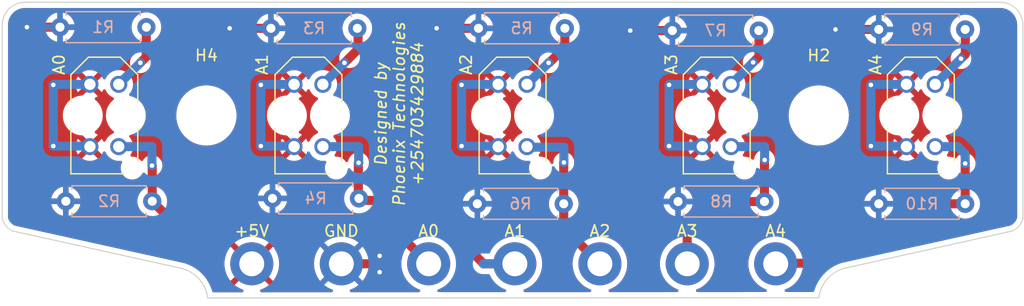
<source format=kicad_pcb>
(kicad_pcb (version 20211014) (generator pcbnew)
  (layers (0 "F.Cu" signal) (31 "B.Cu" signal) (34 "B.Paste" user) (35 "F.Paste" user) (36 "B.SilkS" user "B.Silkscreen") (37 "F.SilkS" user "F.Silkscreen") (38 "B.Mask" user) (39 "F.Mask" user) (44 "Edge.Cuts" user))
  (net 0 "")
  (net 1 "+5V")
  (net 2 "Net-(A1-PadCATH)")
  (net 3 "A0")
  (net 4 "Net-(A2-PadCATH)")
  (net 5 "A1")
  (net 6 "Net-(A3-PadCATH)")
  (net 7 "A2")
  (net 8 "Net-(A4-PadCATH)")
  (net 9 "A3")
  (net 10 "Net-(A5-PadCATH)")
  (net 11 "A4")
  (net 12 "Earth")
  (footprint "TCRT5000:OPTO_TCRT5000" (layer "F.Cu") (at 47 50 90)
    (fp_text reference "A1" (at 4.5 -4.1 90) (layer "F.SilkS") (effects (font (size 1.004126 1.004126))))
    (fp_text value "TCRT5000")
    (fp_line (start -5.15 1.8) (end -5.15 -2.95) (layer "F.SilkS") (width 0.127))
    (fp_line (start -4 2.95) (end -1.17 2.95) (layer "F.SilkS") (width 0.127))
    (fp_line (start 3.6 -2.95) (end 1.17 -2.95) (layer "F.SilkS") (width 0.127))
    (fp_line (start 1.17 2.95) (end 3.6 2.95) (layer "F.SilkS") (width 0.127))
    (fp_line (start 3.6 -2.95) (end 5.15 -1.4) (layer "F.SilkS") (width 0.127))
    (fp_line (start 5.15 1.4) (end 5.15 -1.4) (layer "F.SilkS") (width 0.127))
    (fp_line (start 3.6 2.95) (end 5.15 1.4) (layer "F.SilkS") (width 0.127))
    (fp_line (start -5.15 -2.95) (end -1.17 -2.95) (layer "F.SilkS") (width 0.127))
    (pad "" np_thru_hole circle (at 0 -1.9 90) (size 2.5 2.5) (drill 2.5) (layers *.Cu *.Mask))
    (pad "" np_thru_hole circle (at -4.65 2.45 90) (size 1 1) (drill 1) (layers *.Cu *.Mask))
    (pad "" np_thru_hole circle (at 0 1.9 90) (size 2.5 2.5) (drill 2.5) (layers *.Cu *.Mask))
    (pad "A" thru_hole circle (at 2.75 -1.27 90) (size 1.5 1.5) (drill 1) (layers *.Cu *.Mask) (net 1 "+5V"))
    (pad "CATH" thru_hole circle (at 2.75 1.27 90) (size 1.5 1.5) (drill 1) (layers *.Cu *.Mask) (net 4 "Net-(A2-PadCATH)"))
    (pad "COLL" thru_hole circle (at -2.75 -1.27 90) (size 1.5 1.5) (drill 1) (layers *.Cu *.Mask) (net 1 "+5V"))
    (pad "E" thru_hole circle (at -2.75 1.27 90) (size 1.5 1.5) (drill 1) (layers *.Cu *.Mask) (net 5 "A1"))
  )
  (footprint "TCRT5000:OPTO_TCRT5000" (layer "F.Cu") (at 65 50 90)
    (fp_text reference "A2" (at 4.5 -4.1 90) (layer "F.SilkS") (effects (font (size 1.004126 1.004126))))
    (fp_text value "TCRT5000")
    (fp_line (start -5.15 -2.95) (end -1.17 -2.95) (layer "F.SilkS") (width 0.127))
    (fp_line (start 3.6 -2.95) (end 5.15 -1.4) (layer "F.SilkS") (width 0.127))
    (fp_line (start 5.15 1.4) (end 5.15 -1.4) (layer "F.SilkS") (width 0.127))
    (fp_line (start 3.6 -2.95) (end 1.17 -2.95) (layer "F.SilkS") (width 0.127))
    (fp_line (start 1.17 2.95) (end 3.6 2.95) (layer "F.SilkS") (width 0.127))
    (fp_line (start -5.15 1.8) (end -5.15 -2.95) (layer "F.SilkS") (width 0.127))
    (fp_line (start 3.6 2.95) (end 5.15 1.4) (layer "F.SilkS") (width 0.127))
    (fp_line (start -4 2.95) (end -1.17 2.95) (layer "F.SilkS") (width 0.127))
    (pad "" np_thru_hole circle (at -4.65 2.45 90) (size 1 1) (drill 1) (layers *.Cu *.Mask))
    (pad "" np_thru_hole circle (at 0 1.9 90) (size 2.5 2.5) (drill 2.5) (layers *.Cu *.Mask))
    (pad "" np_thru_hole circle (at 0 -1.9 90) (size 2.5 2.5) (drill 2.5) (layers *.Cu *.Mask))
    (pad "A" thru_hole circle (at 2.75 -1.27 90) (size 1.5 1.5) (drill 1) (layers *.Cu *.Mask) (net 1 "+5V"))
    (pad "CATH" thru_hole circle (at 2.75 1.27 90) (size 1.5 1.5) (drill 1) (layers *.Cu *.Mask) (net 6 "Net-(A3-PadCATH)"))
    (pad "COLL" thru_hole circle (at -2.75 -1.27 90) (size 1.5 1.5) (drill 1) (layers *.Cu *.Mask) (net 1 "+5V"))
    (pad "E" thru_hole circle (at -2.75 1.27 90) (size 1.5 1.5) (drill 1) (layers *.Cu *.Mask) (net 7 "A2"))
  )
  (footprint "TCRT5000:OPTO_TCRT5000" (layer "F.Cu") (at 101 50 90)
    (fp_text reference "A4" (at 4.5 -4 90) (layer "F.SilkS") (effects (font (size 1.004126 1.004126))))
    (fp_text value "TCRT5000")
    (fp_line (start 3.6 2.95) (end 5.15 1.4) (layer "F.SilkS") (width 0.127))
    (fp_line (start 5.15 1.4) (end 5.15 -1.4) (layer "F.SilkS") (width 0.127))
    (fp_line (start 3.6 -2.95) (end 1.17 -2.95) (layer "F.SilkS") (width 0.127))
    (fp_line (start -4 2.95) (end -1.17 2.95) (layer "F.SilkS") (width 0.127))
    (fp_line (start -5.15 -2.95) (end -1.17 -2.95) (layer "F.SilkS") (width 0.127))
    (fp_line (start 1.17 2.95) (end 3.6 2.95) (layer "F.SilkS") (width 0.127))
    (fp_line (start -5.15 1.8) (end -5.15 -2.95) (layer "F.SilkS") (width 0.127))
    (fp_line (start 3.6 -2.95) (end 5.15 -1.4) (layer "F.SilkS") (width 0.127))
    (pad "" np_thru_hole circle (at 0 1.9 90) (size 2.5 2.5) (drill 2.5) (layers *.Cu *.Mask))
    (pad "" np_thru_hole circle (at -4.65 2.45 90) (size 1 1) (drill 1) (layers *.Cu *.Mask))
    (pad "" np_thru_hole circle (at 0 -1.9 90) (size 2.5 2.5) (drill 2.5) (layers *.Cu *.Mask))
    (pad "A" thru_hole circle (at 2.75 -1.27 90) (size 1.5 1.5) (drill 1) (layers *.Cu *.Mask) (net 1 "+5V"))
    (pad "CATH" thru_hole circle (at 2.75 1.27 90) (size 1.5 1.5) (drill 1) (layers *.Cu *.Mask) (net 10 "Net-(A5-PadCATH)"))
    (pad "COLL" thru_hole circle (at -2.75 -1.27 90) (size 1.5 1.5) (drill 1) (layers *.Cu *.Mask) (net 1 "+5V"))
    (pad "E" thru_hole circle (at -2.75 1.27 90) (size 1.5 1.5) (drill 1) (layers *.Cu *.Mask) (net 11 "A4"))
  )
  (footprint "MountingHole:MountingHole_2.2mm_M2_DIN965_Pad_TopBottom" (layer "F.Cu") (at 88.2 63.1)
    (fp_text reference "A4" (at 0 -2.9) (layer "F.SilkS"))
    (fp_text value "MountingHole_Pad")
    (pad "1" connect circle (at 0 0) (size 3.8 3.8) (layers "F.Cu" "F.Mask") (net 11 "A4"))
    (pad "1" connect circle (at 0 0) (size 3.8 3.8) (layers "B.Cu" "B.Mask") (net 11 "A4"))
    (pad "1" thru_hole circle (at 0 0) (size 2.6 2.6) (drill 2.2) (layers *.Cu *.Mask) (net 11 "A4"))
  )
  (footprint "MountingHole:MountingHole_2.2mm_M2_DIN965_Pad_TopBottom" (layer "F.Cu") (at 72.7 63.1)
    (fp_text reference "A2" (at 0 -2.9) (layer "F.SilkS"))
    (fp_text value "MountingHole_Pad")
    (pad "1" connect circle (at 0 0) (size 3.8 3.8) (layers "B.Cu" "B.Mask") (net 7 "A2"))
    (pad "1" thru_hole circle (at 0 0) (size 2.6 2.6) (drill 2.2) (layers *.Cu *.Mask) (net 7 "A2"))
    (pad "1" connect circle (at 0 0) (size 3.8 3.8) (layers "F.Cu" "F.Mask") (net 7 "A2"))
  )
  (footprint "TCRT5000:OPTO_TCRT5000" (layer "F.Cu") (at 83 50 90)
    (fp_text reference "A3" (at 4.5 -4 90) (layer "F.SilkS") (effects (font (size 1.004126 1.004126))))
    (fp_text value "TCRT5000")
    (fp_line (start 3.6 -2.95) (end 5.15 -1.4) (layer "F.SilkS") (width 0.127))
    (fp_line (start -5.15 -2.95) (end -1.17 -2.95) (layer "F.SilkS") (width 0.127))
    (fp_line (start -4 2.95) (end -1.17 2.95) (layer "F.SilkS") (width 0.127))
    (fp_line (start 1.17 2.95) (end 3.6 2.95) (layer "F.SilkS") (width 0.127))
    (fp_line (start -5.15 1.8) (end -5.15 -2.95) (layer "F.SilkS") (width 0.127))
    (fp_line (start 3.6 -2.95) (end 1.17 -2.95) (layer "F.SilkS") (width 0.127))
    (fp_line (start 3.6 2.95) (end 5.15 1.4) (layer "F.SilkS") (width 0.127))
    (fp_line (start 5.15 1.4) (end 5.15 -1.4) (layer "F.SilkS") (width 0.127))
    (pad "" np_thru_hole circle (at -4.65 2.45 90) (size 1 1) (drill 1) (layers *.Cu *.Mask))
    (pad "" np_thru_hole circle (at 0 1.9 90) (size 2.5 2.5) (drill 2.5) (layers *.Cu *.Mask))
    (pad "" np_thru_hole circle (at 0 -1.9 90) (size 2.5 2.5) (drill 2.5) (layers *.Cu *.Mask))
    (pad "A" thru_hole circle (at 2.75 -1.27 90) (size 1.5 1.5) (drill 1) (layers *.Cu *.Mask) (net 1 "+5V"))
    (pad "CATH" thru_hole circle (at 2.75 1.27 90) (size 1.5 1.5) (drill 1) (layers *.Cu *.Mask) (net 8 "Net-(A4-PadCATH)"))
    (pad "COLL" thru_hole circle (at -2.75 -1.27 90) (size 1.5 1.5) (drill 1) (layers *.Cu *.Mask) (net 1 "+5V"))
    (pad "E" thru_hole circle (at -2.75 1.27 90) (size 1.5 1.5) (drill 1) (layers *.Cu *.Mask) (net 9 "A3"))
  )
  (footprint "MountingHole:MountingHole_4.3mm_M4" (layer "F.Cu") (at 38 50)
    (fp_text reference "H4" (at 0 -5.3) (layer "F.SilkS"))
    (fp_text value "MountingHole")
    (pad "" np_thru_hole circle (at 0 0) (size 4.3 4.3) (drill 4.3) (layers *.Cu *.Mask))
  )
  (footprint "MountingHole:MountingHole_2.2mm_M2_DIN965_Pad_TopBottom" (layer "F.Cu") (at 49.9 63.1)
    (fp_text reference "GND" (at 0 -2.9) (layer "F.SilkS"))
    (fp_text value "MountingHole_Pad")
    (pad "1" connect circle (at 0 0) (size 3.8 3.8) (layers "F.Cu" "F.Mask") (net 12 "Earth"))
    (pad "1" connect circle (at 0 0) (size 3.8 3.8) (layers "B.Cu" "B.Mask") (net 12 "Earth"))
    (pad "1" thru_hole circle (at 0 0) (size 2.6 2.6) (drill 2.2) (layers *.Cu *.Mask) (net 12 "Earth"))
  )
  (footprint "MountingHole:MountingHole_2.2mm_M2_DIN965_Pad_TopBottom" (layer "F.Cu") (at 65.2 63.1)
    (fp_text reference "A1" (at 0 -2.9) (layer "F.SilkS"))
    (fp_text value "MountingHole_Pad")
    (pad "1" connect circle (at 0 0) (size 3.8 3.8) (layers "F.Cu" "F.Mask") (net 5 "A1"))
    (pad "1" thru_hole circle (at 0 0) (size 2.6 2.6) (drill 2.2) (layers *.Cu *.Mask) (net 5 "A1"))
    (pad "1" connect circle (at 0 0) (size 3.8 3.8) (layers "B.Cu" "B.Mask") (net 5 "A1"))
  )
  (footprint "MountingHole:MountingHole_2.2mm_M2_DIN965_Pad_TopBottom" (layer "F.Cu") (at 57.6 63.1)
    (fp_text reference "A0" (at 0 -2.9) (layer "F.SilkS"))
    (fp_text value "MountingHole_Pad")
    (pad "1" connect circle (at 0 0) (size 3.8 3.8) (layers "B.Cu" "B.Mask") (net 3 "A0"))
    (pad "1" connect circle (at 0 0) (size 3.8 3.8) (layers "F.Cu" "F.Mask") (net 3 "A0"))
    (pad "1" thru_hole circle (at 0 0) (size 2.6 2.6) (drill 2.2) (layers *.Cu *.Mask) (net 3 "A0"))
  )
  (footprint "MountingHole:MountingHole_4.3mm_M4" (layer "F.Cu") (at 92 50)
    (fp_text reference "H2" (at 0 -5.3) (layer "F.SilkS"))
    (fp_text value "MountingHole")
    (pad "" np_thru_hole circle (at 0 0) (size 4.3 4.3) (drill 4.3) (layers *.Cu *.Mask))
  )
  (footprint "MountingHole:MountingHole_2.2mm_M2_DIN965_Pad_TopBottom" (layer "F.Cu") (at 80.4 63.1)
    (fp_text reference "A3" (at 0 -2.9) (layer "F.SilkS"))
    (fp_text value "MountingHole_Pad")
    (pad "1" thru_hole circle (at 0 0) (size 2.6 2.6) (drill 2.2) (layers *.Cu *.Mask) (net 9 "A3"))
    (pad "1" connect circle (at 0 0) (size 3.8 3.8) (layers "B.Cu" "B.Mask") (net 9 "A3"))
    (pad "1" connect circle (at 0 0) (size 3.8 3.8) (layers "F.Cu" "F.Mask") (net 9 "A3"))
  )
  (footprint "MountingHole:MountingHole_2.2mm_M2_DIN965_Pad_TopBottom" (layer "F.Cu") (at 42 63.1)
    (fp_text reference "+5V" (at 0 -2.9) (layer "F.SilkS"))
    (fp_text value "MountingHole_Pad")
    (pad "1" thru_hole circle (at 0 0) (size 2.6 2.6) (drill 2.2) (layers *.Cu *.Mask) (net 1 "+5V"))
    (pad "1" connect circle (at 0 0) (size 3.8 3.8) (layers "B.Cu" "B.Mask") (net 1 "+5V"))
    (pad "1" connect circle (at 0 0) (size 3.8 3.8) (layers "F.Cu" "F.Mask") (net 1 "+5V"))
  )
  (footprint "TCRT5000:OPTO_TCRT5000" (layer "F.Cu") (at 29 50 90)
    (fp_text reference "A0" (at 4.5 -4 90) (layer "F.SilkS") (effects (font (size 1.004126 1.004126))))
    (fp_text value "TCRT5000")
    (fp_line (start 5.15 1.4) (end 5.15 -1.4) (layer "F.SilkS") (width 0.127))
    (fp_line (start 3.6 -2.95) (end 5.15 -1.4) (layer "F.SilkS") (width 0.127))
    (fp_line (start 3.6 2.95) (end 5.15 1.4) (layer "F.SilkS") (width 0.127))
    (fp_line (start -4 2.95) (end -1.17 2.95) (layer "F.SilkS") (width 0.127))
    (fp_line (start 3.6 -2.95) (end 1.17 -2.95) (layer "F.SilkS") (width 0.127))
    (fp_line (start -5.15 -2.95) (end -1.17 -2.95) (layer "F.SilkS") (width 0.127))
    (fp_line (start -5.15 1.8) (end -5.15 -2.95) (layer "F.SilkS") (width 0.127))
    (fp_line (start 1.17 2.95) (end 3.6 2.95) (layer "F.SilkS") (width 0.127))
    (pad "" np_thru_hole circle (at -4.65 2.45 90) (size 1 1) (drill 1) (layers *.Cu *.Mask))
    (pad "" np_thru_hole circle (at 0 1.9 90) (size 2.5 2.5) (drill 2.5) (layers *.Cu *.Mask))
    (pad "" np_thru_hole circle (at 0 -1.9 90) (size 2.5 2.5) (drill 2.5) (layers *.Cu *.Mask))
    (pad "A" thru_hole circle (at 2.75 -1.27 90) (size 1.5 1.5) (drill 1) (layers *.Cu *.Mask) (net 1 "+5V"))
    (pad "CATH" thru_hole circle (at 2.75 1.27 90) (size 1.5 1.5) (drill 1) (layers *.Cu *.Mask) (net 2 "Net-(A1-PadCATH)"))
    (pad "COLL" thru_hole circle (at -2.75 -1.27 90) (size 1.5 1.5) (drill 1) (layers *.Cu *.Mask) (net 1 "+5V"))
    (pad "E" thru_hole circle (at -2.75 1.27 90) (size 1.5 1.5) (drill 1) (layers *.Cu *.Mask) (net 3 "A0"))
  )
  (footprint "Resistor_THT:R_Axial_DIN0207_L6.3mm_D2.5mm_P7.62mm_Horizontal" (layer "B.Cu") (at 32.71 42.2 180)
    (fp_text reference "R1" (at 3.81 0) (layer "B.SilkS") (effects (justify mirror)))
    (fp_text value "220")
    (fp_line (start 7.08 -1.37) (end 7.08 -1.04) (layer "B.SilkS") (width 0.12))
    (fp_line (start 0.54 1.37) (end 7.08 1.37) (layer "B.SilkS") (width 0.12))
    (fp_line (start 7.08 1.37) (end 7.08 1.04) (layer "B.SilkS") (width 0.12))
    (fp_line (start 0.54 1.04) (end 0.54 1.37) (layer "B.SilkS") (width 0.12))
    (fp_line (start 0.54 -1.37) (end 7.08 -1.37) (layer "B.SilkS") (width 0.12))
    (fp_line (start 0.54 -1.04) (end 0.54 -1.37) (layer "B.SilkS") (width 0.12))
    (pad "1" thru_hole circle (at 0 0 180) (size 1.6 1.6) (drill 0.8) (layers *.Cu *.Mask) (net 2 "Net-(A1-PadCATH)"))
    (pad "2" thru_hole oval (at 7.62 0 180) (size 1.6 1.6) (drill 0.8) (layers *.Cu *.Mask) (net 12 "Earth"))
  )
  (footprint "Resistor_THT:R_Axial_DIN0207_L6.3mm_D2.5mm_P7.62mm_Horizontal" (layer "B.Cu") (at 51.31 42.3 180)
    (fp_text reference "R3" (at 3.81 0) (layer "B.SilkS") (effects (justify mirror)))
    (fp_text value "220")
    (fp_line (start 0.54 -1.04) (end 0.54 -1.37) (layer "B.SilkS") (width 0.12))
    (fp_line (start 0.54 1.04) (end 0.54 1.37) (layer "B.SilkS") (width 0.12))
    (fp_line (start 7.08 -1.37) (end 7.08 -1.04) (layer "B.SilkS") (width 0.12))
    (fp_line (start 0.54 1.37) (end 7.08 1.37) (layer "B.SilkS") (width 0.12))
    (fp_line (start 7.08 1.37) (end 7.08 1.04) (layer "B.SilkS") (width 0.12))
    (fp_line (start 0.54 -1.37) (end 7.08 -1.37) (layer "B.SilkS") (width 0.12))
    (pad "1" thru_hole circle (at 0 0 180) (size 1.6 1.6) (drill 0.8) (layers *.Cu *.Mask) (net 4 "Net-(A2-PadCATH)"))
    (pad "2" thru_hole oval (at 7.62 0 180) (size 1.6 1.6) (drill 0.8) (layers *.Cu *.Mask) (net 12 "Earth"))
  )
  (footprint "Resistor_THT:R_Axial_DIN0207_L6.3mm_D2.5mm_P7.62mm_Horizontal" (layer "B.Cu") (at 86.71 42.5 180)
    (fp_text reference "R7" (at 3.81 0) (layer "B.SilkS") (effects (justify mirror)))
    (fp_text value "220")
    (fp_line (start 0.54 -1.04) (end 0.54 -1.37) (layer "B.SilkS") (width 0.12))
    (fp_line (start 7.08 1.37) (end 7.08 1.04) (layer "B.SilkS") (width 0.12))
    (fp_line (start 0.54 -1.37) (end 7.08 -1.37) (layer "B.SilkS") (width 0.12))
    (fp_line (start 7.08 -1.37) (end 7.08 -1.04) (layer "B.SilkS") (width 0.12))
    (fp_line (start 0.54 1.04) (end 0.54 1.37) (layer "B.SilkS") (width 0.12))
    (fp_line (start 0.54 1.37) (end 7.08 1.37) (layer "B.SilkS") (width 0.12))
    (pad "1" thru_hole circle (at 0 0 180) (size 1.6 1.6) (drill 0.8) (layers *.Cu *.Mask) (net 8 "Net-(A4-PadCATH)"))
    (pad "2" thru_hole oval (at 7.62 0 180) (size 1.6 1.6) (drill 0.8) (layers *.Cu *.Mask) (net 12 "Earth"))
  )
  (footprint "Resistor_THT:R_Axial_DIN0207_L6.3mm_D2.5mm_P7.62mm_Horizontal" (layer "B.Cu") (at 69.61 42.3 180)
    (fp_text reference "R5" (at 3.81 0) (layer "B.SilkS") (effects (justify mirror)))
    (fp_text value "220")
    (fp_line (start 0.54 1.04) (end 0.54 1.37) (layer "B.SilkS") (width 0.12))
    (fp_line (start 0.54 1.37) (end 7.08 1.37) (layer "B.SilkS") (width 0.12))
    (fp_line (start 0.54 -1.04) (end 0.54 -1.37) (layer "B.SilkS") (width 0.12))
    (fp_line (start 0.54 -1.37) (end 7.08 -1.37) (layer "B.SilkS") (width 0.12))
    (fp_line (start 7.08 1.37) (end 7.08 1.04) (layer "B.SilkS") (width 0.12))
    (fp_line (start 7.08 -1.37) (end 7.08 -1.04) (layer "B.SilkS") (width 0.12))
    (pad "1" thru_hole circle (at 0 0 180) (size 1.6 1.6) (drill 0.8) (layers *.Cu *.Mask) (net 6 "Net-(A3-PadCATH)"))
    (pad "2" thru_hole oval (at 7.62 0 180) (size 1.6 1.6) (drill 0.8) (layers *.Cu *.Mask) (net 12 "Earth"))
  )
  (footprint "Resistor_THT:R_Axial_DIN0207_L6.3mm_D2.5mm_P7.62mm_Horizontal" (layer "B.Cu") (at 104.91 42.4 180)
    (fp_text reference "R9" (at 3.81 0) (layer "B.SilkS") (effects (justify mirror)))
    (fp_text value "220")
    (fp_line (start 0.54 1.04) (end 0.54 1.37) (layer "B.SilkS") (width 0.12))
    (fp_line (start 0.54 1.37) (end 7.08 1.37) (layer "B.SilkS") (width 0.12))
    (fp_line (start 0.54 -1.37) (end 7.08 -1.37) (layer "B.SilkS") (width 0.12))
    (fp_line (start 7.08 1.37) (end 7.08 1.04) (layer "B.SilkS") (width 0.12))
    (fp_line (start 0.54 -1.04) (end 0.54 -1.37) (layer "B.SilkS") (width 0.12))
    (fp_line (start 7.08 -1.37) (end 7.08 -1.04) (layer "B.SilkS") (width 0.12))
    (pad "1" thru_hole circle (at 0 0 180) (size 1.6 1.6) (drill 0.8) (layers *.Cu *.Mask) (net 10 "Net-(A5-PadCATH)"))
    (pad "2" thru_hole oval (at 7.62 0 180) (size 1.6 1.6) (drill 0.8) (layers *.Cu *.Mask) (net 12 "Earth"))
  )
  (footprint "Resistor_THT:R_Axial_DIN0207_L6.3mm_D2.5mm_P7.62mm_Horizontal" (layer "B.Cu") (at 69.51 57.8 180)
    (fp_text reference "R6" (at 3.81 0) (layer "B.SilkS") (effects (justify mirror)))
    (fp_text value "10k")
    (fp_line (start 0.54 -1.04) (end 0.54 -1.37) (layer "B.SilkS") (width 0.12))
    (fp_line (start 0.54 1.04) (end 0.54 1.37) (layer "B.SilkS") (width 0.12))
    (fp_line (start 7.08 1.37) (end 7.08 1.04) (layer "B.SilkS") (width 0.12))
    (fp_line (start 0.54 -1.37) (end 7.08 -1.37) (layer "B.SilkS") (width 0.12))
    (fp_line (start 0.54 1.37) (end 7.08 1.37) (layer "B.SilkS") (width 0.12))
    (fp_line (start 7.08 -1.37) (end 7.08 -1.04) (layer "B.SilkS") (width 0.12))
    (pad "1" thru_hole circle (at 0 0 180) (size 1.6 1.6) (drill 0.8) (layers *.Cu *.Mask) (net 7 "A2"))
    (pad "2" thru_hole oval (at 7.62 0 180) (size 1.6 1.6) (drill 0.8) (layers *.Cu *.Mask) (net 12 "Earth"))
  )
  (footprint "Resistor_THT:R_Axial_DIN0207_L6.3mm_D2.5mm_P7.62mm_Horizontal" (layer "B.Cu") (at 87.21 57.6 180)
    (fp_text reference "R8" (at 3.81 0) (layer "B.SilkS") (effects (justify mirror)))
    (fp_text value "10k")
    (fp_line (start 7.08 -1.37) (end 7.08 -1.04) (layer "B.SilkS") (width 0.12))
    (fp_line (start 0.54 1.37) (end 7.08 1.37) (layer "B.SilkS") (width 0.12))
    (fp_line (start 0.54 -1.37) (end 7.08 -1.37) (layer "B.SilkS") (width 0.12))
    (fp_line (start 7.08 1.37) (end 7.08 1.04) (layer "B.SilkS") (width 0.12))
    (fp_line (start 0.54 -1.04) (end 0.54 -1.37) (layer "B.SilkS") (width 0.12))
    (fp_line (start 0.54 1.04) (end 0.54 1.37) (layer "B.SilkS") (width 0.12))
    (pad "1" thru_hole circle (at 0 0 180) (size 1.6 1.6) (drill 0.8) (layers *.Cu *.Mask) (net 9 "A3"))
    (pad "2" thru_hole oval (at 7.62 0 180) (size 1.6 1.6) (drill 0.8) (layers *.Cu *.Mask) (net 12 "Earth"))
  )
  (footprint "Resistor_THT:R_Axial_DIN0207_L6.3mm_D2.5mm_P7.62mm_Horizontal" (layer "B.Cu") (at 104.91 57.8 180)
    (fp_text reference "R10" (at 3.81 0) (layer "B.SilkS") (effects (justify mirror)))
    (fp_text value "10k")
    (fp_line (start 0.54 -1.04) (end 0.54 -1.37) (layer "B.SilkS") (width 0.12))
    (fp_line (start 0.54 -1.37) (end 7.08 -1.37) (layer "B.SilkS") (width 0.12))
    (fp_line (start 7.08 -1.37) (end 7.08 -1.04) (layer "B.SilkS") (width 0.12))
    (fp_line (start 0.54 1.04) (end 0.54 1.37) (layer "B.SilkS") (width 0.12))
    (fp_line (start 7.08 1.37) (end 7.08 1.04) (layer "B.SilkS") (width 0.12))
    (fp_line (start 0.54 1.37) (end 7.08 1.37) (layer "B.SilkS") (width 0.12))
    (pad "1" thru_hole circle (at 0 0 180) (size 1.6 1.6) (drill 0.8) (layers *.Cu *.Mask) (net 11 "A4"))
    (pad "2" thru_hole oval (at 7.62 0 180) (size 1.6 1.6) (drill 0.8) (layers *.Cu *.Mask) (net 12 "Earth"))
  )
  (footprint "Resistor_THT:R_Axial_DIN0207_L6.3mm_D2.5mm_P7.62mm_Horizontal" (layer "B.Cu") (at 33.225 57.575 180)
    (fp_text reference "R2" (at 3.81 0) (layer "B.SilkS") (effects (justify mirror)))
    (fp_text value "10k")
    (fp_line (start 0.54 1.37) (end 7.08 1.37) (layer "B.SilkS") (width 0.12))
    (fp_line (start 7.08 -1.37) (end 7.08 -1.04) (layer "B.SilkS") (width 0.12))
    (fp_line (start 7.08 1.37) (end 7.08 1.04) (layer "B.SilkS") (width 0.12))
    (fp_line (start 0.54 1.04) (end 0.54 1.37) (layer "B.SilkS") (width 0.12))
    (fp_line (start 0.54 -1.04) (end 0.54 -1.37) (layer "B.SilkS") (width 0.12))
    (fp_line (start 0.54 -1.37) (end 7.08 -1.37) (layer "B.SilkS") (width 0.12))
    (pad "1" thru_hole circle (at 0 0 180) (size 1.6 1.6) (drill 0.8) (layers *.Cu *.Mask) (net 3 "A0"))
    (pad "2" thru_hole oval (at 7.62 0 180) (size 1.6 1.6) (drill 0.8) (layers *.Cu *.Mask) (net 12 "Earth"))
  )
  (footprint "Resistor_THT:R_Axial_DIN0207_L6.3mm_D2.5mm_P7.62mm_Horizontal" (layer "B.Cu") (at 51.45 57.325 180)
    (fp_text reference "R4" (at 3.81 0) (layer "B.SilkS") (effects (justify mirror)))
    (fp_text value "10k")
    (fp_line (start 0.54 -1.04) (end 0.54 -1.37) (layer "B.SilkS") (width 0.12))
    (fp_line (start 0.54 1.37) (end 7.08 1.37) (layer "B.SilkS") (width 0.12))
    (fp_line (start 0.54 1.04) (end 0.54 1.37) (layer "B.SilkS") (width 0.12))
    (fp_line (start 0.54 -1.37) (end 7.08 -1.37) (layer "B.SilkS") (width 0.12))
    (fp_line (start 7.08 -1.37) (end 7.08 -1.04) (layer "B.SilkS") (width 0.12))
    (fp_line (start 7.08 1.37) (end 7.08 1.04) (layer "B.SilkS") (width 0.12))
    (pad "1" thru_hole circle (at 0 0 180) (size 1.6 1.6) (drill 0.8) (layers *.Cu *.Mask) (net 5 "A1"))
    (pad "2" thru_hole oval (at 7.62 0 180) (size 1.6 1.6) (drill 0.8) (layers *.Cu *.Mask) (net 12 "Earth"))
  )
  (gr_arc (start 35.915229 63.528899) (mid 37.4 64.5) (end 38.117065 66.122776) (layer "Edge.Cuts") (width 0.1))
  (gr_line (start 20 42) (end 19.99744 59.105485) (layer "Edge.Cuts") (width 0.1))
  (gr_line (start 110 42) (end 110 59.1) (layer "Edge.Cuts") (width 0.1))
  (gr_arc (start 20.9 60.2) (mid 20.325021 59.754747) (end 19.99744 59.105485) (layer "Edge.Cuts") (width 0.1))
  (gr_arc (start 20 42) (mid 20.585786 40.585786) (end 22 40) (layer "Edge.Cuts") (width 0.1))
  (gr_arc (start 92.000001 66.1) (mid 92.717066 64.477225) (end 94.201837 63.506123) (layer "Edge.Cuts") (width 0.1))
  (gr_line (start 38.117065 66.122776) (end 92 66.1) (layer "Edge.Cuts") (width 0.1))
  (gr_line (start 94.201837 63.506123) (end 109.09744 60.194515) (layer "Edge.Cuts") (width 0.1))
  (gr_arc (start 108 40) (mid 109.414214 40.585786) (end 110 42) (layer "Edge.Cuts") (width 0.1))
  (gr_arc (start 110 59.1) (mid 109.672419 59.749262) (end 109.09744 60.194515) (layer "Edge.Cuts") (width 0.1))
  (gr_line (start 20.9 60.2) (end 35.915229 63.528899) (layer "Edge.Cuts") (width 0.1))
  (gr_line (start 22 40) (end 108 40) (layer "Edge.Cuts") (width 0.1))
  (gr_text "Designed by\nPhoenix Technologies\n+254703429884" (at 55 49.875 90) (layer "F.SilkS") (effects (font (size 1 1) (thickness 0.15) italic)))
  (via (at 42.8 52.7) (size 0.8) (drill 0.4) (layers "F.Cu" "B.Cu") (net 1))
  (via (at 78.8 47.3) (size 0.8) (drill 0.4) (layers "F.Cu" "B.Cu") (net 1))
  (via (at 78.8 52.7) (size 0.8) (drill 0.4) (layers "F.Cu" "B.Cu") (net 1))
  (via (at 96.6 47.3) (size 0.8) (drill 0.4) (layers "F.Cu" "B.Cu") (net 1))
  (via (at 60.5 52.7) (size 0.8) (drill 0.4) (layers "F.Cu" "B.Cu") (net 1))
  (via (at 60.5 47.3) (size 0.8) (drill 0.4) (layers "F.Cu" "B.Cu") (net 1))
  (via (at 96.6 52.7) (size 0.8) (drill 0.4) (layers "F.Cu" "B.Cu") (net 1))
  (via (at 24.5 47.3) (size 0.8) (drill 0.4) (layers "F.Cu" "B.Cu") (net 1))
  (via (at 42.8 47.3) (size 0.8) (drill 0.4) (layers "F.Cu" "B.Cu") (net 1))
  (via (at 24.5 52.7) (size 0.8) (drill 0.4) (layers "F.Cu" "B.Cu") (net 1))
  (segment (start 42.8 47.3) (end 42.85 47.25) (width 0.8) (layer "B.Cu") (net 1))
  (segment (start 60.5 47.3) (end 60.55 47.25) (width 0.8) (layer "B.Cu") (net 1))
  (segment (start 78.8 47.3) (end 78.85 47.25) (width 0.8) (layer "B.Cu") (net 1))
  (segment (start 63.68 52.7) (end 63.73 52.75) (width 0.8) (layer "B.Cu") (net 1))
  (segment (start 96.6 47.3) (end 96.65 47.25) (width 0.8) (layer "B.Cu") (net 1))
  (segment (start 78.8 52.7) (end 81.68 52.7) (width 0.8) (layer "B.Cu") (net 1))
  (segment (start 24.5 47.3) (end 24.55 47.25) (width 0.8) (layer "B.Cu") (net 1))
  (segment (start 60.5 52.7) (end 63.68 52.7) (width 0.8) (layer "B.Cu") (net 1))
  (segment (start 81.68 52.7) (end 81.73 52.75) (width 0.8) (layer "B.Cu") (net 1))
  (segment (start 96.65 47.25) (end 99.73 47.25) (width 0.8) (layer "B.Cu") (net 1))
  (segment (start 78.8 47.3) (end 78.8 52.7) (width 0.8) (layer "B.Cu") (net 1))
  (segment (start 60.55 47.25) (end 63.73 47.25) (width 0.8) (layer "B.Cu") (net 1))
  (segment (start 24.5 52.7) (end 27.68 52.7) (width 0.8) (layer "B.Cu") (net 1))
  (segment (start 42.85 47.25) (end 45.73 47.25) (width 0.8) (layer "B.Cu") (net 1))
  (segment (start 78.85 47.25) (end 81.73 47.25) (width 0.8) (layer "B.Cu") (net 1))
  (segment (start 27.68 52.7) (end 27.73 52.75) (width 0.8) (layer "B.Cu") (net 1))
  (segment (start 42.8 52.7) (end 45.68 52.7) (width 0.8) (layer "B.Cu") (net 1))
  (segment (start 99.68 52.7) (end 99.73 52.75) (width 0.8) (layer "B.Cu") (net 1))
  (segment (start 42.8 47.3) (end 42.8 52.7) (width 0.8) (layer "B.Cu") (net 1))
  (segment (start 96.6 52.7) (end 99.68 52.7) (width 0.8) (layer "B.Cu") (net 1))
  (segment (start 96.6 47.3) (end 96.6 52.7) (width 0.8) (layer "B.Cu") (net 1))
  (segment (start 60.5 47.3) (end 60.5 52.7) (width 0.8) (layer "B.Cu") (net 1))
  (segment (start 24.5 47.3) (end 24.5 52.7) (width 0.8) (layer "B.Cu") (net 1))
  (segment (start 45.68 52.7) (end 45.73 52.75) (width 0.8) (layer "B.Cu") (net 1))
  (segment (start 24.55 47.25) (end 27.73 47.25) (width 0.8) (layer "B.Cu") (net 1))
  (segment (start 32.7 44.82) (end 32.7 42.21) (width 0.8) (layer "F.Cu") (net 2))
  (segment (start 32.1725 45.3475) (end 32.7 44.82) (width 0.8) (layer "F.Cu") (net 2))
  (segment (start 32.7 42.21) (end 32.71 42.2) (width 0.8) (layer "F.Cu") (net 2))
  (via (at 32.1725 45.3475) (size 0.8) (drill 0.4) (layers "F.Cu" "B.Cu") (net 2))
  (segment (start 30.27 47.25) (end 32.1725 45.3475) (width 0.8) (layer "B.Cu") (net 2))
  (segment (start 33.2 54.425) (end 33.225 54.45) (width 0.8) (layer "F.Cu") (net 3))
  (segment (start 35.175 59.525) (end 54.025 59.525) (width 0.8) (layer "F.Cu") (net 3))
  (segment (start 33.225 54.45) (end 33.225 57.575) (width 0.8) (layer "F.Cu") (net 3))
  (segment (start 33.225 57.575) (end 35.175 59.525) (width 0.8) (layer "F.Cu") (net 3))
  (segment (start 54.025 59.525) (end 57.6 63.1) (width 0.8) (layer "F.Cu") (net 3))
  (via (at 33.2 54.425) (size 0.8) (drill 0.4) (layers "F.Cu" "B.Cu") (net 3))
  (segment (start 33.2 54.425) (end 33.2 52.75) (width 0.8) (layer "B.Cu") (net 3))
  (segment (start 33.2 52.75) (end 30.27 52.75) (width 0.8) (layer "B.Cu") (net 3))
  (segment (start 51.375 42.365) (end 51.31 42.3) (width 0.8) (layer "F.Cu") (net 4))
  (segment (start 50.175 45.35) (end 51.375 44.15) (width 0.8) (layer "F.Cu") (net 4))
  (segment (start 51.375 44.15) (end 51.375 42.365) (width 0.8) (layer "F.Cu") (net 4))
  (via (at 50.175 45.35) (size 0.8) (drill 0.4) (layers "F.Cu" "B.Cu") (net 4))
  (segment (start 48.27 47.25) (end 50.17 45.35) (width 0.8) (layer "B.Cu") (net 4))
  (segment (start 50.17 45.35) (end 50.175 45.35) (width 0.8) (layer "B.Cu") (net 4))
  (segment (start 62.45 63.1) (end 56.85 57.5) (width 0.8) (layer "F.Cu") (net 5))
  (segment (start 51.425 54.175) (end 51.4 54.2) (width 0.8) (layer "F.Cu") (net 5))
  (segment (start 51.4 54.2) (end 51.4 57.275) (width 0.8) (layer "F.Cu") (net 5))
  (segment (start 65.2 63.1) (end 62.45 63.1) (width 0.8) (layer "F.Cu") (net 5))
  (segment (start 51.4 57.275) (end 51.45 57.325) (width 0.8) (layer "F.Cu") (net 5))
  (segment (start 51.625 57.5) (end 51.45 57.325) (width 0.8) (layer "F.Cu") (net 5))
  (segment (start 56.85 57.5) (end 51.625 57.5) (width 0.8) (layer "F.Cu") (net 5))
  (via (at 51.425 54.175) (size 0.8) (drill 0.4) (layers "F.Cu" "B.Cu") (net 5))
  (segment (start 62.4 63.1) (end 65.2 63.1) (width 0.8) (layer "B.Cu") (net 5))
  (segment (start 51.425 52.75) (end 48.27 52.75) (width 0.8) (layer "B.Cu") (net 5))
  (segment (start 51.425 54.175) (end 51.425 52.75) (width 0.8) (layer "B.Cu") (net 5))
  (segment (start 68.225 45.35) (end 69.61 43.965) (width 0.8) (layer "F.Cu") (net 6))
  (segment (start 68.175 45.35) (end 68.225 45.35) (width 0.8) (layer "F.Cu") (net 6))
  (segment (start 69.61 43.965) (end 69.61 42.3) (width 0.8) (layer "F.Cu") (net 6))
  (via (at 68.175 45.35) (size 0.8) (drill 0.4) (layers "F.Cu" "B.Cu") (net 6))
  (segment (start 68.175 45.35) (end 68.17 45.35) (width 0.8) (layer "B.Cu") (net 6))
  (segment (start 68.17 45.35) (end 66.27 47.25) (width 0.8) (layer "B.Cu") (net 6))
  (segment (start 69.525 54.15) (end 69.51 54.165) (width 0.8) (layer "F.Cu") (net 7))
  (segment (start 69.51 54.165) (end 69.51 57.8) (width 0.8) (layer "F.Cu") (net 7))
  (segment (start 66.295 52.775) (end 66.27 52.75) (width 0.8) (layer "F.Cu") (net 7))
  (segment (start 69.51 59.91) (end 69.51 57.8) (width 0.8) (layer "F.Cu") (net 7))
  (segment (start 72.7 63.1) (end 69.51 59.91) (width 0.8) (layer "F.Cu") (net 7))
  (via (at 69.525 54.15) (size 0.8) (drill 0.4) (layers "F.Cu" "B.Cu") (net 7))
  (segment (start 69.525 52.8) (end 66.32 52.8) (width 0.8) (layer "B.Cu") (net 7))
  (segment (start 66.32 52.8) (end 66.27 52.75) (width 0.8) (layer "B.Cu") (net 7))
  (segment (start 69.525 54.15) (end 69.525 52.8) (width 0.8) (layer "B.Cu") (net 7))
  (segment (start 86.725 44.795) (end 86.725 42.515) (width 0.8) (layer "F.Cu") (net 8))
  (segment (start 86.21 45.31) (end 86.725 44.795) (width 0.8) (layer "F.Cu") (net 8))
  (segment (start 86.725 42.515) (end 86.71 42.5) (width 0.8) (layer "F.Cu") (net 8))
  (via (at 86.21 45.31) (size 0.8) (drill 0.4) (layers "F.Cu" "B.Cu") (net 8))
  (segment (start 86.21 45.31) (end 84.27 47.25) (width 0.8) (layer "B.Cu") (net 8))
  (segment (start 83.2 57.6) (end 87.21 57.6) (width 0.8) (layer "F.Cu") (net 9))
  (segment (start 80.4 63.1) (end 80.4 60.4) (width 0.8) (layer "F.Cu") (net 9))
  (segment (start 87.21 53.94) (end 87.21 57.6) (width 0.8) (layer "F.Cu") (net 9))
  (segment (start 87.225 53.925) (end 87.21 53.94) (width 0.8) (layer "F.Cu") (net 9))
  (segment (start 80.4 60.4) (end 83.2 57.6) (width 0.8) (layer "F.Cu") (net 9))
  (via (at 87.225 53.925) (size 0.8) (drill 0.4) (layers "F.Cu" "B.Cu") (net 9))
  (segment (start 87.225 53.925) (end 87.225 52.75) (width 0.8) (layer "B.Cu") (net 9))
  (segment (start 87.225 52.75) (end 84.27 52.75) (width 0.8) (layer "B.Cu") (net 9))
  (segment (start 104.925 42.415) (end 104.91 42.4) (width 0.8) (layer "F.Cu") (net 10))
  (segment (start 104.925 44.595) (end 104.925 42.415) (width 0.8) (layer "F.Cu") (net 10))
  (segment (start 104.535 44.985) (end 104.925 44.595) (width 0.8) (layer "F.Cu") (net 10))
  (via (at 104.535 44.985) (size 0.8) (drill 0.4) (layers "F.Cu" "B.Cu") (net 10))
  (segment (start 104.535 44.985) (end 102.27 47.25) (width 0.8) (layer "B.Cu") (net 10))
  (segment (start 93.7 61) (end 99.65 61) (width 0.8) (layer "F.Cu") (net 11))
  (segment (start 88.25 63.05) (end 91.65 63.05) (width 0.8) (layer "F.Cu") (net 11))
  (segment (start 102.85 57.8) (end 104.91 57.8) (width 0.8) (layer "F.Cu") (net 11))
  (segment (start 104.91 54.24) (end 104.91 57.8) (width 0.8) (layer "F.Cu") (net 11))
  (segment (start 88.2 63.1) (end 88.25 63.05) (width 0.8) (layer "F.Cu") (net 11))
  (segment (start 91.65 63.05) (end 93.7 61) (width 0.8) (layer "F.Cu") (net 11))
  (segment (start 99.65 61) (end 102.85 57.8) (width 0.8) (layer "F.Cu") (net 11))
  (via (at 104.91 54.24) (size 0.8) (drill 0.4) (layers "F.Cu" "B.Cu") (net 11))
  (segment (start 104.91 53.41) (end 104.91 54.24) (width 0.8) (layer "B.Cu") (net 11))
  (segment (start 104.25 52.75) (end 104.91 53.41) (width 0.8) (layer "B.Cu") (net 11))
  (segment (start 102.27 52.75) (end 104.25 52.75) (width 0.8) (layer "B.Cu") (net 11))
  (segment (start 58.3 42.3) (end 61.99 42.3) (width 0.8) (layer "F.Cu") (net 12))
  (segment (start 53.275 63.0875) (end 53.275 63.8375) (width 0.8) (layer "F.Cu") (net 12))
  (segment (start 75.375 42.5) (end 79.09 42.5) (width 0.8) (layer "F.Cu") (net 12))
  (segment (start 53.1 63.1) (end 49.9 63.1) (width 0.8) (layer "F.Cu") (net 12))
  (segment (start 40.05 42.3) (end 43.69 42.3) (width 0.8) (layer "F.Cu") (net 12))
  (segment (start 22.175 42.2) (end 25.09 42.2) (width 0.8) (layer "F.Cu") (net 12))
  (segment (start 53.275 62.4) (end 53.275 63.0875) (width 0.8) (layer "F.Cu") (net 12))
  (segment (start 93.475 42.4) (end 97.29 42.4) (width 0.8) (layer "F.Cu") (net 12))
  (via (at 22.175 42.2) (size 0.8) (drill 0.4) (layers "F.Cu" "B.Cu") (net 12))
  (via (at 40.05 42.3) (size 0.8) (drill 0.4) (layers "F.Cu" "B.Cu") (net 12))
  (via (at 75.375 42.5) (size 0.8) (drill 0.4) (layers "F.Cu" "B.Cu") (net 12))
  (via (at 93.475 42.4) (size 0.8) (drill 0.4) (layers "F.Cu" "B.Cu") (net 12))
  (via (at 58.3 42.3) (size 0.8) (drill 0.4) (layers "F.Cu" "B.Cu") (net 12))
  (via (at 53.275 62.4) (size 0.8) (drill 0.4) (layers "F.Cu" "B.Cu") (net 12))
  (via (at 53.275 63.8375) (size 0.8) (drill 0.4) (layers "F.Cu" "B.Cu") (net 12))
  (segment (start 50.025 62.975) (end 49.9 63.1) (width 0.8) (layer "B.Cu") (net 12))
  (zone (net 1) (net_name "+5V") (layer "F.Cu") (connect_pads (clearance 0.508)) (min_thickness 0.254) (fill yes (thermal_gap 0.508) (thermal_bridge_width 0.508))
    (polygon (pts (xy 110.1 60.1) (xy 91.9 66) (xy 38 65.8) (xy 19.8 59.7) (xy 19.8 40.1) (xy 110.1 39.9)))
  )
  (zone (net 12) (net_name "Earth") (layer "B.Cu") (connect_pads (clearance 0.508)) (min_thickness 0.254) (fill yes (thermal_gap 0.508) (thermal_bridge_width 0.508))
    (polygon (pts (xy 110.1 59.8) (xy 91.9 66) (xy 38.2 65.7) (xy 19.8 59.9) (xy 19.8 40.1) (xy 110 39.8)))
  )
)
</source>
